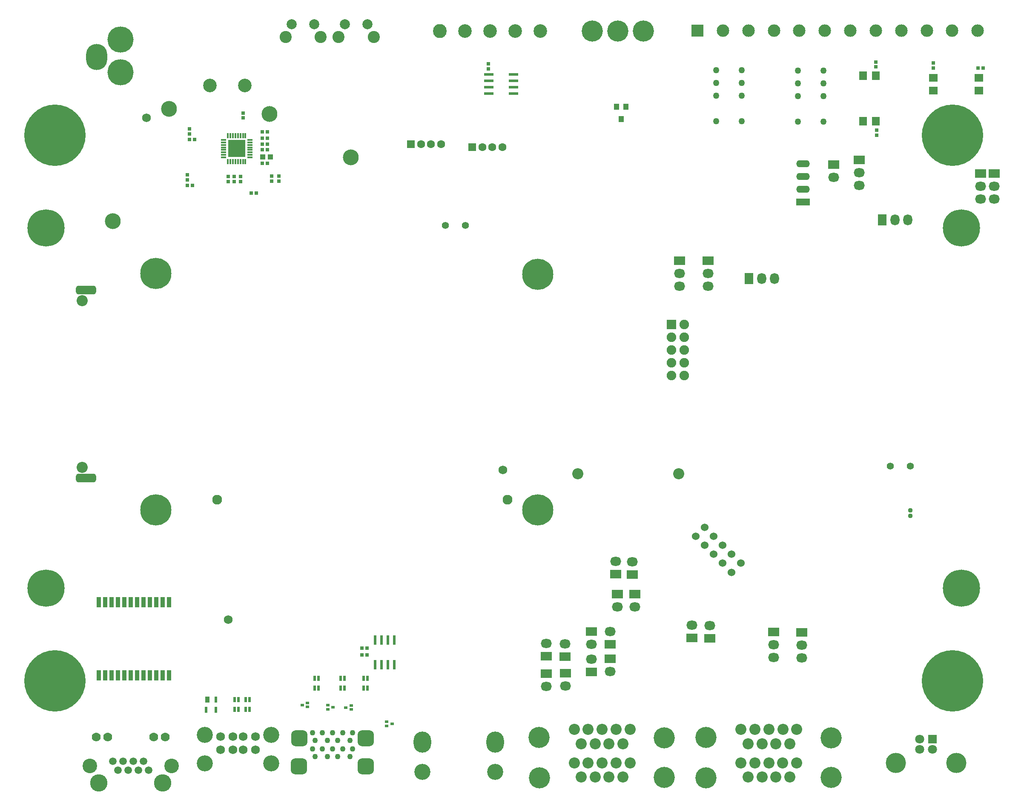
<source format=gbr>
%FSTAX23Y23*%
%MOIN*%
%SFA1B1*%

%IPPOS*%
%AMD242*
4,1,8,-0.079000,0.015000,-0.079000,-0.015000,-0.060000,-0.034000,0.060000,-0.034000,0.079000,-0.015000,0.079000,0.015000,0.060000,0.034000,-0.060000,0.034000,-0.079000,0.015000,0.0*
1,1,0.038000,-0.060000,0.015000*
1,1,0.038000,-0.060000,-0.015000*
1,1,0.038000,0.060000,-0.015000*
1,1,0.038000,0.060000,0.015000*
%
%AMD245*
4,1,8,-0.063100,0.029500,-0.063100,-0.029500,-0.029500,-0.063100,0.029500,-0.063100,0.063100,-0.029500,0.063100,0.029500,0.029500,0.063100,-0.029500,0.063100,-0.063100,0.029500,0.0*
1,1,0.067056,-0.029500,0.029500*
1,1,0.067056,-0.029500,-0.029500*
1,1,0.067056,0.029500,-0.029500*
1,1,0.067056,0.029500,0.029500*
%
%ADD54R,0.037000X0.046000*%
%ADD55R,0.021000X0.046000*%
%ADD80R,0.022000X0.078000*%
%ADD140C,0.060000*%
%ADD143C,0.050000*%
%ADD200R,0.078000X0.021000*%
%ADD211R,0.133921X0.133921*%
%ADD212R,0.044000X0.013055*%
%ADD213R,0.013055X0.044000*%
%ADD214R,0.025716X0.023748*%
%ADD215R,0.067055X0.059181*%
%ADD216R,0.059181X0.067055*%
%ADD217R,0.043433X0.045402*%
%ADD218R,0.043433X0.045402*%
%ADD219R,0.038000X0.083000*%
%ADD220R,0.021748X0.041528*%
%ADD221R,0.031622X0.027685*%
%ADD222R,0.027685X0.031622*%
%ADD223R,0.039496X0.039496*%
%ADD224R,0.027685X0.027685*%
%ADD225R,0.027685X0.027685*%
%ADD226C,0.204850*%
%ADD227O,0.165480X0.204850*%
%ADD228R,0.086740X0.070992*%
%ADD229O,0.086740X0.070992*%
%ADD230R,0.070992X0.086740*%
%ADD231O,0.070992X0.086740*%
%ADD232C,0.077000*%
%ADD233R,0.074929X0.074929*%
%ADD234C,0.074929*%
%ADD235C,0.165480*%
%ADD236C,0.157606*%
%ADD237C,0.070992*%
%ADD238R,0.070992X0.070992*%
%ADD239C,0.063118*%
%ADD240R,0.063118X0.063118*%
%ADD241C,0.086740*%
G04~CAMADD=242~8~0.0~0.0~680.0~1580.0~190.0~0.0~15~0.0~0.0~0.0~0.0~0~0.0~0.0~0.0~0.0~0~0.0~0.0~0.0~90.0~1580.0~680.0*
%ADD242D242*%
%ADD243C,0.106425*%
%ADD244O,0.106425X0.110362*%
G04~CAMADD=245~8~0.0~0.0~1261.1~1261.1~335.3~0.0~15~0.0~0.0~0.0~0.0~0~0.0~0.0~0.0~0.0~0~0.0~0.0~0.0~90.0~1262.0~1262.0*
%ADD245D245*%
%ADD246C,0.043433*%
%ADD247O,0.106425X0.055244*%
%ADD248R,0.106425X0.055244*%
%ADD249C,0.037402*%
%ADD250R,0.098000X0.098000*%
%ADD251C,0.098000*%
%ADD252C,0.055244*%
%ADD253C,0.094614*%
%ADD254C,0.078866*%
%ADD255C,0.114299*%
%ADD256C,0.059181*%
%ADD257C,0.135953*%
%ADD258C,0.070000*%
%ADD259C,0.068000*%
%ADD260C,0.126110*%
%ADD261C,0.124000*%
%ADD262C,0.126110*%
%ADD263O,0.137921X0.165480*%
%ADD264C,0.068000*%
%ADD265C,0.244220*%
%ADD266C,0.291465*%
%ADD267C,0.480441*%
%LNsyncbox_soldermask_bot-1*%
%LPD*%
G54D54*
X01894Y00791D03*
G54D55*
X01961Y00791D03*
Y00711D03*
X01886D03*
G54D80*
X0321Y01257D03*
X0326D03*
X0331D03*
X0336D03*
Y01063D03*
X0331D03*
X0326D03*
X0321D03*
G54D140*
X06071Y0186D03*
X06Y0193D03*
X0593Y02001D03*
X05859Y02072D03*
X05788Y02142D03*
X06Y01789D03*
X0593Y0186D03*
X05859Y0193D03*
X05788Y02001D03*
X05717Y02072D03*
G54D143*
X0588Y05325D03*
Y05525D03*
Y05625D03*
Y05725D03*
X0608D03*
Y05625D03*
Y05525D03*
Y05325D03*
X0652Y0532D03*
Y0552D03*
Y0562D03*
Y0572D03*
X0672D03*
Y0562D03*
Y0552D03*
Y0532D03*
G54D200*
X04292Y0554D03*
Y0559D03*
Y0564D03*
Y0569D03*
X04098D03*
Y0564D03*
Y0559D03*
Y0554D03*
G54D211*
X02125Y0511D03*
G54D212*
X02227Y05178D03*
Y05159D03*
Y05139D03*
Y05119D03*
Y051D03*
Y0508D03*
Y0506D03*
Y05041D03*
X02022D03*
Y0506D03*
Y0508D03*
Y051D03*
Y05119D03*
Y05139D03*
Y05159D03*
Y05178D03*
G54D213*
X02193Y05007D03*
X02174D03*
X02154D03*
X02134D03*
X02115D03*
X02095D03*
X02075D03*
X02056D03*
Y05212D03*
X02075D03*
X02095D03*
X02115D03*
X02134D03*
X02154D03*
X02174D03*
X02193D03*
G54D214*
X0268Y00733D03*
Y00765D03*
X02638Y00749D03*
X03022Y00713D03*
Y00745D03*
X0298Y00729D03*
X02838Y00746D03*
Y00715D03*
X0288Y0073D03*
X033Y00616D03*
Y00585D03*
X03341Y006D03*
G54D215*
X07935Y05665D03*
Y05565D03*
X0758Y05665D03*
Y05565D03*
G54D216*
X0713Y05325D03*
X0703D03*
X0713Y0568D03*
X0703D03*
G54D217*
X05135Y0534D03*
X05097Y05439D03*
G54D218*
X05172Y05439D03*
G54D219*
X01595Y0098D03*
X01545D03*
X01495D03*
X01445D03*
X01395D03*
X01345D03*
X01295D03*
X01245D03*
X01195D03*
X01145D03*
X01095D03*
X01045D03*
X01595Y01555D03*
X01545D03*
X01495D03*
X01445D03*
X01395D03*
X01345D03*
X01295D03*
X01245D03*
X01195D03*
X01145D03*
X01095D03*
X01045D03*
G54D220*
X02109Y00792D03*
X0214D03*
X02109Y00713D03*
X0214D03*
X02194Y00792D03*
X02225D03*
X02194Y00713D03*
X02225D03*
X03119Y00959D03*
X0315D03*
X03119Y0088D03*
X0315D03*
X02734Y00959D03*
X02765D03*
X02734Y0088D03*
X02765D03*
X02938Y00959D03*
X0297D03*
X02938Y0088D03*
X0297D03*
G54D221*
X0758Y0574D03*
Y0578D03*
X07135Y05254D03*
Y05215D03*
X0713Y05789D03*
Y0575D03*
X02105Y0485D03*
Y0489D03*
X0206Y0485D03*
Y0489D03*
X02155D03*
Y0485D03*
X02175Y05389D03*
Y0535D03*
X024Y04855D03*
Y04895D03*
X02455Y04855D03*
Y04895D03*
G54D222*
X07969Y0574D03*
X0793D03*
X02325Y05145D03*
X02364D03*
X02325Y0519D03*
X02364D03*
X01755Y0518D03*
X01794D03*
X01779Y0482D03*
X0174D03*
X02279Y0476D03*
X0224D03*
G54D223*
X0233Y05045D03*
X02389D03*
G54D224*
X04095Y05735D03*
Y05775D03*
X01755Y05264D03*
Y05225D03*
X0174Y04865D03*
Y04904D03*
G54D225*
X02365Y0524D03*
X02325D03*
X02325Y051D03*
X02364D03*
X02365Y04995D03*
X02325D03*
X03105Y01195D03*
X03145D03*
X03105Y0114D03*
X03145D03*
G54D226*
X01215Y05709D03*
Y05965D03*
G54D227*
X01029Y05827D03*
G54D228*
X0633Y01321D03*
X06549Y01319D03*
X05814Y04231D03*
X05593D03*
X0795Y04915D03*
X08055D03*
X07Y0502D03*
X04697Y00996D03*
X05222Y01771D03*
X05093Y01774D03*
X04548Y00994D03*
X0505Y01111D03*
X04694Y01129D03*
X04547Y01132D03*
X04903Y01008D03*
X05242Y01618D03*
X05104Y01617D03*
X0583Y01272D03*
X0569Y01273D03*
X05048Y01223D03*
X04903Y01325D03*
X068Y04985D03*
G54D229*
X0633Y01221D03*
Y01121D03*
X06549Y01219D03*
Y01119D03*
X05814Y04131D03*
Y04031D03*
X05593Y04131D03*
Y04031D03*
X0795Y04815D03*
Y04715D03*
X08055Y04815D03*
Y04715D03*
X07Y0492D03*
Y0482D03*
X04697Y00896D03*
X05222Y01871D03*
X05093Y01874D03*
X04548Y00894D03*
X0505Y01011D03*
X04694Y01229D03*
X04547Y01232D03*
X04903Y01108D03*
X05242Y01518D03*
X05104Y01517D03*
X0583Y01372D03*
X0569Y01373D03*
X05048Y01323D03*
X04903Y01225D03*
X068Y04885D03*
G54D230*
X06136Y04092D03*
X0718Y0455D03*
G54D231*
X06236Y04092D03*
X06336D03*
X0728Y0455D03*
X0738D03*
G54D232*
X01973Y02359D03*
X04245D03*
G54D233*
X0553Y0373D03*
G54D234*
X0553Y0363D03*
Y0353D03*
Y0343D03*
Y0333D03*
X0563Y0373D03*
Y0363D03*
Y0353D03*
Y0343D03*
Y0333D03*
G54D235*
X0531Y0603D03*
X0511D03*
X0491D03*
X04494Y00178D03*
X05473Y0018D03*
X04493Y00493D03*
X05472Y00491D03*
X058Y00178D03*
X06779Y0018D03*
X05799Y00493D03*
X06778Y00491D03*
G54D236*
X07285Y00295D03*
X07759D03*
G54D237*
X07472Y00401D03*
X07571D03*
X07472Y0048D03*
G54D238*
X07571Y0048D03*
G54D239*
X03725Y05145D03*
X03646D03*
X03567D03*
X04205Y0512D03*
X04126D03*
X04047D03*
G54D240*
X03488Y05145D03*
X03968Y0512D03*
G54D241*
X00915Y02611D03*
Y03917D03*
X0504Y00445D03*
X04931D03*
X04822D03*
X05204Y00295D03*
X05094D03*
X04985D03*
X04876D03*
X04767D03*
X05149Y00183D03*
X0504D03*
X04931D03*
X04822D03*
X05204Y00557D03*
X05095D03*
X04985D03*
X04876D03*
X04767Y00556D03*
X05149Y00445D03*
X06346D03*
X06237D03*
X06128D03*
X0651Y00295D03*
X064D03*
X06291D03*
X06182D03*
X06073D03*
X06455Y00183D03*
X06346D03*
X06237D03*
X06128D03*
X0651Y00557D03*
X06401D03*
X06291D03*
X06182D03*
X06073Y00556D03*
X06455Y00445D03*
X04796Y0256D03*
X05584D03*
G54D242*
X00946Y02527D03*
X00944Y04D03*
G54D243*
X0219Y05605D03*
X01915D03*
X03911Y0603D03*
X04108D03*
X04305D03*
X04501D03*
G54D244*
X03714Y0603D03*
G54D245*
X02616Y00489D03*
X02611Y00266D03*
X03134Y00489D03*
Y00266D03*
G54D246*
X03013Y00345D03*
X02915D03*
X02836D03*
X02737D03*
X02718Y00404D03*
X02796D03*
X02875D03*
X02954D03*
X03033D03*
Y0053D03*
X02954D03*
X02875D03*
X02796D03*
X02718D03*
X02737Y0047D03*
X02836D03*
X02915D03*
X03013D03*
G54D247*
X0656Y0499D03*
Y0489D03*
Y0479D03*
G54D248*
X0656Y0469D03*
G54D249*
X074Y02273D03*
Y0223D03*
G54D250*
X05733Y06035D03*
G54D251*
X05932Y06035D03*
X06132D03*
X06331D03*
X0653D03*
X0673D03*
X06929D03*
X07128D03*
X07327D03*
X07527D03*
X07726D03*
X07925D03*
G54D252*
X07241Y0262D03*
X07399D03*
X03758Y04507D03*
X03915D03*
G54D253*
X02782Y05985D03*
X02507D03*
X02922D03*
X03197D03*
G54D254*
X02733Y06084D03*
X02556D03*
X02971D03*
X03148D03*
G54D255*
X00975Y00272D03*
X01615D03*
G54D256*
X01435Y00237D03*
X01395Y00307D03*
X01355Y00237D03*
X01315Y00307D03*
X01275Y00237D03*
X01235Y00307D03*
X01195Y00237D03*
X01155Y00307D03*
G54D257*
X01045Y00137D03*
X01545D03*
G54D258*
X01475Y00497D03*
X01565D03*
X01115D03*
X01025D03*
G54D259*
X02273Y00397D03*
X01997Y005D03*
X02096D03*
X02175D03*
X02273D03*
X02175Y00397D03*
X02096D03*
X01997D03*
G54D260*
X02394Y0029D03*
X01876D03*
X02394Y00514D03*
X01876D03*
G54D261*
X02381Y0538D03*
X01155Y0454D03*
X0302Y0504D03*
X01595Y0542D03*
G54D262*
X04149Y00224D03*
X03578D03*
G54D263*
X03578Y00459D03*
X04149D03*
G54D264*
X0206Y01417D03*
X0421Y0259D03*
X0142Y0535D03*
G54D265*
X01492Y0413D03*
X04483Y04125D03*
X01493Y02277D03*
X04481Y02276D03*
G54D266*
X07798Y04488D03*
Y01663D03*
X00632D03*
Y04488D03*
G54D267*
X07727Y00936D03*
Y05215D03*
X00703Y00936D03*
Y05215D03*
M02*
</source>
